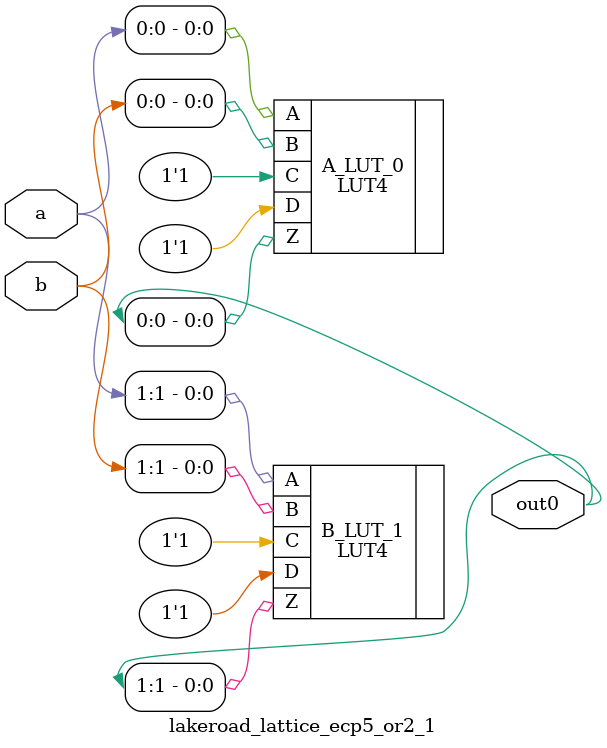
<source format=v>

/* Generated by Yosys 0.19 (git sha1 a45c131b37c, clang 13.1.6 -fPIC -Os) */

module lakeroad_lattice_ecp5_or2_1(a, b, out0);
  wire _0_;
  wire _1_;
  wire _2_;
  wire _3_;
  wire _4_;
  wire _5_;
  input [1:0] a;
  wire [1:0] a;
  input [1:0] b;
  wire [1:0] b;
  output [1:0] out0;
  wire [1:0] out0;
  LUT4 #(
    .INIT(16'hefff)
  ) A_LUT_0 (
    .A(a[0]),
    .B(b[0]),
    .C(1'h1),
    .D(1'h1),
    .Z(out0[0])
  );
  LUT4 #(
    .INIT(16'hefff)
  ) B_LUT_1 (
    .A(a[1]),
    .B(b[1]),
    .C(1'h1),
    .D(1'h1),
    .Z(out0[1])
  );
  LUT4 #(
    .INIT(16'h0000)
  ) C_LUT_2 (
    .A(1'h0),
    .B(1'h0),
    .C(1'h1),
    .D(1'h1),
    .Z(_5_)
  );
  LUT4 #(
    .INIT(16'h0000)
  ) D_LUT_3 (
    .A(1'h0),
    .B(1'h0),
    .C(1'h1),
    .D(1'h1),
    .Z(_4_)
  );
  LUT4 #(
    .INIT(16'h0000)
  ) E_LUT_4 (
    .A(1'h0),
    .B(1'h0),
    .C(1'h1),
    .D(1'h1),
    .Z(_3_)
  );
  LUT4 #(
    .INIT(16'h0000)
  ) F_LUT_5 (
    .A(1'h0),
    .B(1'h0),
    .C(1'h1),
    .D(1'h1),
    .Z(_2_)
  );
  LUT4 #(
    .INIT(16'h0000)
  ) G_LUT_6 (
    .A(1'h0),
    .B(1'h0),
    .C(1'h1),
    .D(1'h1),
    .Z(_1_)
  );
  LUT4 #(
    .INIT(16'h0000)
  ) H_LUT_7 (
    .A(1'h0),
    .B(1'h0),
    .C(1'h1),
    .D(1'h1),
    .Z(_0_)
  );
endmodule


</source>
